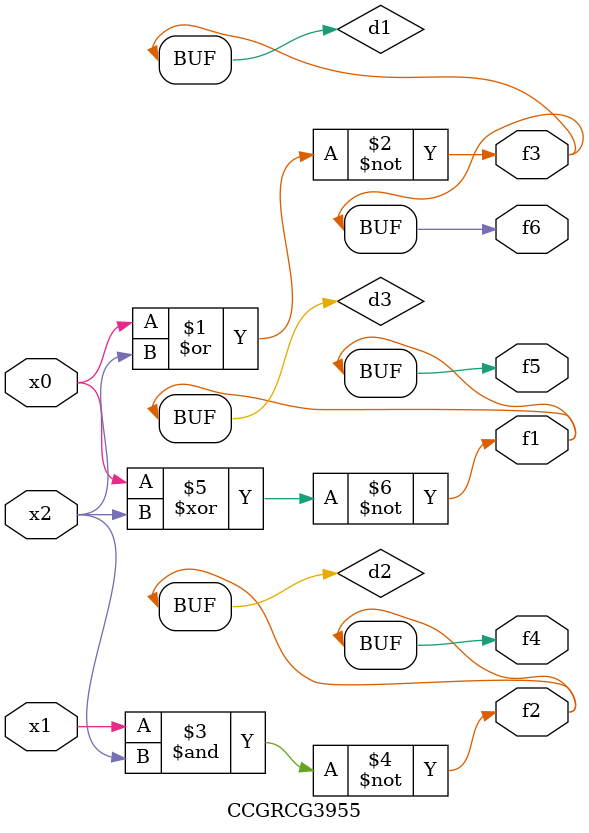
<source format=v>
module CCGRCG3955(
	input x0, x1, x2,
	output f1, f2, f3, f4, f5, f6
);

	wire d1, d2, d3;

	nor (d1, x0, x2);
	nand (d2, x1, x2);
	xnor (d3, x0, x2);
	assign f1 = d3;
	assign f2 = d2;
	assign f3 = d1;
	assign f4 = d2;
	assign f5 = d3;
	assign f6 = d1;
endmodule

</source>
